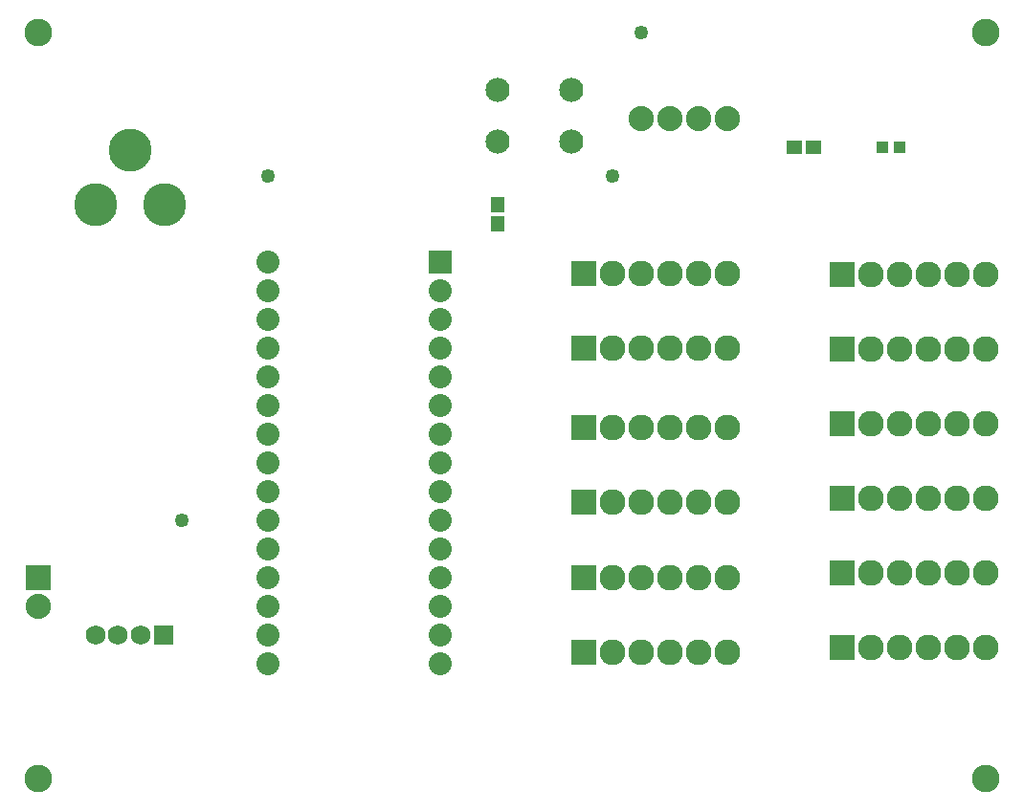
<source format=gts>
G04 MADE WITH FRITZING*
G04 WWW.FRITZING.ORG*
G04 DOUBLE SIDED*
G04 HOLES PLATED*
G04 CONTOUR ON CENTER OF CONTOUR VECTOR*
%ASAXBY*%
%FSLAX23Y23*%
%MOIN*%
%OFA0B0*%
%SFA1.0B1.0*%
%ADD10C,0.088000*%
%ADD11C,0.090000*%
%ADD12C,0.049370*%
%ADD13C,0.096614*%
%ADD14C,0.069200*%
%ADD15C,0.080000*%
%ADD16C,0.084000*%
%ADD17C,0.150000*%
%ADD18R,0.088000X0.088000*%
%ADD19R,0.049370X0.053307*%
%ADD20R,0.053307X0.049370*%
%ADD21R,0.090000X0.090000*%
%ADD22R,0.041496X0.041496*%
%ADD23R,0.069200X0.069200*%
%ADD24R,0.079972X0.080000*%
%LNMASK1*%
G90*
G70*
G54D10*
X120Y787D03*
X120Y687D03*
G54D11*
X2020Y1052D03*
X2120Y1052D03*
X2220Y1052D03*
X2320Y1052D03*
X2420Y1052D03*
X2520Y1052D03*
X2020Y529D03*
X2120Y529D03*
X2220Y529D03*
X2320Y529D03*
X2420Y529D03*
X2520Y529D03*
X2020Y789D03*
X2120Y789D03*
X2220Y789D03*
X2320Y789D03*
X2420Y789D03*
X2520Y789D03*
X2020Y1312D03*
X2120Y1312D03*
X2220Y1312D03*
X2320Y1312D03*
X2420Y1312D03*
X2520Y1312D03*
X2920Y543D03*
X3020Y543D03*
X3120Y543D03*
X3220Y543D03*
X3320Y543D03*
X3420Y543D03*
X2020Y1587D03*
X2120Y1587D03*
X2220Y1587D03*
X2320Y1587D03*
X2420Y1587D03*
X2520Y1587D03*
X2020Y1847D03*
X2120Y1847D03*
X2220Y1847D03*
X2320Y1847D03*
X2420Y1847D03*
X2520Y1847D03*
X2920Y803D03*
X3020Y803D03*
X3120Y803D03*
X3220Y803D03*
X3320Y803D03*
X3420Y803D03*
X2920Y1323D03*
X3020Y1323D03*
X3120Y1323D03*
X3220Y1323D03*
X3320Y1323D03*
X3420Y1323D03*
X2920Y1063D03*
X3020Y1063D03*
X3120Y1063D03*
X3220Y1063D03*
X3320Y1063D03*
X3420Y1063D03*
X2920Y1585D03*
X3020Y1585D03*
X3120Y1585D03*
X3220Y1585D03*
X3320Y1585D03*
X3420Y1585D03*
X2920Y1845D03*
X3020Y1845D03*
X3120Y1845D03*
X3220Y1845D03*
X3320Y1845D03*
X3420Y1845D03*
G54D12*
X620Y987D03*
X920Y2187D03*
X2220Y2687D03*
G54D13*
X120Y2687D03*
X120Y87D03*
X3420Y87D03*
X3420Y2687D03*
G54D14*
X556Y587D03*
X320Y587D03*
X398Y587D03*
X477Y587D03*
G54D15*
X1520Y1887D03*
X1520Y1787D03*
X1520Y1687D03*
X1520Y1587D03*
X1520Y1487D03*
X1520Y1387D03*
X1520Y1287D03*
X1520Y1187D03*
X1520Y1087D03*
X1520Y987D03*
X1520Y887D03*
X1520Y787D03*
X1520Y687D03*
X1520Y587D03*
X1520Y487D03*
X920Y1887D03*
X920Y1787D03*
X920Y1687D03*
X920Y1587D03*
X920Y1487D03*
X920Y1387D03*
X920Y1287D03*
X920Y1187D03*
X920Y1087D03*
X920Y987D03*
X920Y887D03*
X920Y787D03*
X920Y687D03*
X920Y587D03*
X920Y487D03*
X1520Y1887D03*
X1520Y1787D03*
X1520Y1687D03*
X1520Y1587D03*
X1520Y1487D03*
X1520Y1387D03*
X1520Y1287D03*
X1520Y1187D03*
X1520Y1087D03*
X1520Y987D03*
X1520Y887D03*
X1520Y787D03*
X1520Y687D03*
X1520Y587D03*
X1520Y487D03*
X920Y1887D03*
X920Y1787D03*
X920Y1687D03*
X920Y1587D03*
X920Y1487D03*
X920Y1387D03*
X920Y1287D03*
X920Y1187D03*
X920Y1087D03*
X920Y987D03*
X920Y887D03*
X920Y787D03*
X920Y687D03*
X920Y587D03*
X920Y487D03*
G54D16*
X1720Y2487D03*
X1976Y2487D03*
X1720Y2309D03*
X1976Y2309D03*
X1720Y2487D03*
X1976Y2487D03*
X1720Y2309D03*
X1976Y2309D03*
G54D10*
X2520Y2387D03*
X2420Y2387D03*
X2320Y2387D03*
X2220Y2387D03*
G54D17*
X560Y2087D03*
X320Y2087D03*
X440Y2277D03*
X560Y2087D03*
X320Y2087D03*
X440Y2277D03*
G54D12*
X2120Y2187D03*
G54D18*
X120Y787D03*
G54D19*
X1720Y2087D03*
X1720Y2020D03*
G54D20*
X2820Y2287D03*
X2753Y2287D03*
G54D21*
X2020Y1052D03*
X2020Y529D03*
X2020Y789D03*
X2020Y1312D03*
X2920Y543D03*
X2020Y1587D03*
X2020Y1847D03*
X2920Y803D03*
X2920Y1323D03*
X2920Y1063D03*
X2920Y1585D03*
X2920Y1845D03*
G54D22*
X3061Y2287D03*
X3120Y2287D03*
G54D23*
X556Y587D03*
G54D24*
X1520Y1887D03*
X1520Y1887D03*
G04 End of Mask1*
M02*
</source>
